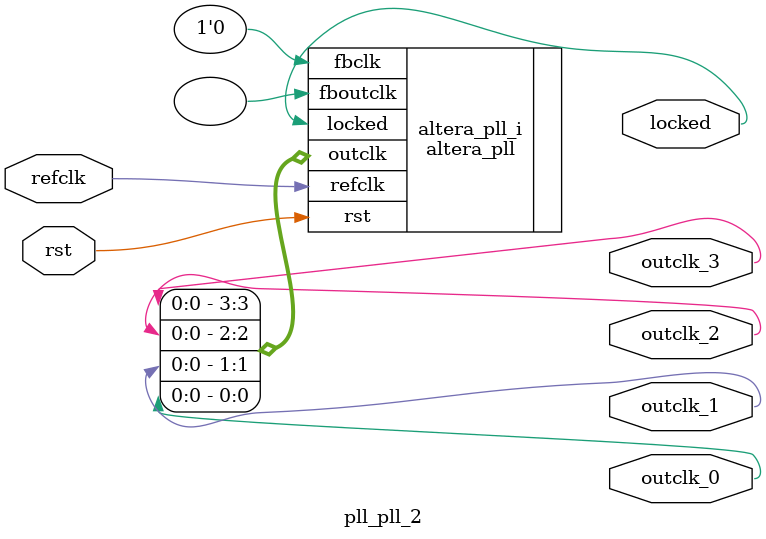
<source format=v>
`timescale 1ns/10ps
module  pll_pll_2(

	// interface 'refclk'
	input wire refclk,

	// interface 'reset'
	input wire rst,

	// interface 'outclk0'
	output wire outclk_0,

	// interface 'outclk1'
	output wire outclk_1,

	// interface 'outclk2'
	output wire outclk_2,

	// interface 'outclk3'
	output wire outclk_3,

	// interface 'locked'
	output wire locked
);

	altera_pll #(
		.fractional_vco_multiplier("true"),
		.reference_clock_frequency("256.0 MHz"),
		.operation_mode("normal"),
		.number_of_clocks(4),
		.output_clock_frequency0("31.099998 MHz"),
		.phase_shift0("0 ps"),
		.duty_cycle0(50),
		.output_clock_frequency1("25.176188 MHz"),
		.phase_shift1("0 ps"),
		.duty_cycle1(50),
		.output_clock_frequency2("17.821346 MHz"),
		.phase_shift2("0 ps"),
		.duty_cycle2(50),
		.output_clock_frequency3("8.860892 MHz"),
		.phase_shift3("0 ps"),
		.duty_cycle3(50),
		.output_clock_frequency4("0 MHz"),
		.phase_shift4("0 ps"),
		.duty_cycle4(50),
		.output_clock_frequency5("0 MHz"),
		.phase_shift5("0 ps"),
		.duty_cycle5(50),
		.output_clock_frequency6("0 MHz"),
		.phase_shift6("0 ps"),
		.duty_cycle6(50),
		.output_clock_frequency7("0 MHz"),
		.phase_shift7("0 ps"),
		.duty_cycle7(50),
		.output_clock_frequency8("0 MHz"),
		.phase_shift8("0 ps"),
		.duty_cycle8(50),
		.output_clock_frequency9("0 MHz"),
		.phase_shift9("0 ps"),
		.duty_cycle9(50),
		.output_clock_frequency10("0 MHz"),
		.phase_shift10("0 ps"),
		.duty_cycle10(50),
		.output_clock_frequency11("0 MHz"),
		.phase_shift11("0 ps"),
		.duty_cycle11(50),
		.output_clock_frequency12("0 MHz"),
		.phase_shift12("0 ps"),
		.duty_cycle12(50),
		.output_clock_frequency13("0 MHz"),
		.phase_shift13("0 ps"),
		.duty_cycle13(50),
		.output_clock_frequency14("0 MHz"),
		.phase_shift14("0 ps"),
		.duty_cycle14(50),
		.output_clock_frequency15("0 MHz"),
		.phase_shift15("0 ps"),
		.duty_cycle15(50),
		.output_clock_frequency16("0 MHz"),
		.phase_shift16("0 ps"),
		.duty_cycle16(50),
		.output_clock_frequency17("0 MHz"),
		.phase_shift17("0 ps"),
		.duty_cycle17(50),
		.pll_type("General"),
		.pll_subtype("General")
	) altera_pll_i (
		.rst	(rst),
		.outclk	({outclk_3, outclk_2, outclk_1, outclk_0}),
		.locked	(locked),
		.fboutclk	( ),
		.fbclk	(1'b0),
		.refclk	(refclk)
	);
endmodule


</source>
